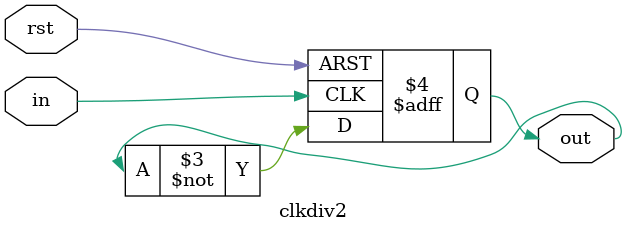
<source format=v>




module clkdiv2
(
	input wire in,
	input wire rst,
	
	output reg out
);


always @ (posedge in or negedge rst) begin
	if(rst == 0) begin
		
		out <= 0;
	
	end
	else begin
	
		out <= ~out;
		
	end
end


endmodule
</source>
